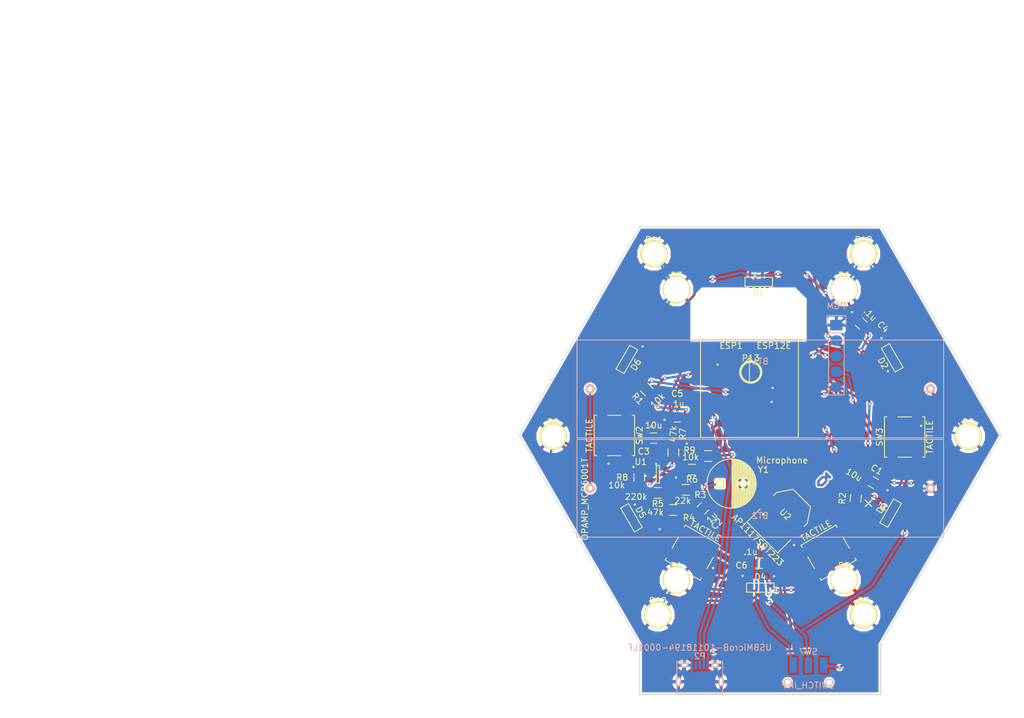
<source format=kicad_pcb>
(kicad_pcb (version 4) (host pcbnew 4.0.2+dfsg1-stable)
  (layers (0 F.Cu signal) (31 B.Cu signal) (34 B.Paste user) (35 F.Paste user) (36 B.SilkS user) (37 F.SilkS user) (38 B.Mask user) (39 F.Mask user) (44 Edge.Cuts user))
  (net 0 "")
  (net 1 +3V3)
  (net 2 GND)
  (net 3 "Net-(C2-Pad1)")
  (net 4 "Net-(C2-Pad2)")
  (net 5 AUDPWR)
  (net 6 RX)
  (net 7 "Net-(D1-Pad3)")
  (net 8 "Net-(D2-Pad3)")
  (net 9 "Net-(D3-Pad3)")
  (net 10 "Net-(D4-Pad3)")
  (net 11 "Net-(D5-Pad3)")
  (net 12 "Net-(ESP1-Pad1)")
  (net 13 ADCPIN)
  (net 14 GPIO2)
  (net 15 GPIO0)
  (net 16 GPIO4)
  (net 17 GPIO5)
  (net 18 "Net-(R3-Pad1)")
  (net 19 VGS)
  (net 20 TX)
  (net 21 +5V)
  (net 22 "Net-(SW7-Pad3)")
  (net 23 "Net-(BT1-Pad1)")
  (net 24 "Net-(BT1-Pad2)")
  (net 25 GPIO13)
  (net 26 GPIO12)
  (module ESP12E (layer F.Cu) (at 84.836 43.434)
    (fp_text reference ESP1 (at -3 -3) (layer F.SilkS))
    (fp_text value ESP12E (at 4 -3) (layer F.SilkS))
    (pad 1 smd oval (at -8 -3) (size 3 1) (layers F.Cu F.Paste F.Mask) (net 12 "Net-(ESP1-Pad1)"))
    (pad 2 smd oval (at -8 -1) (size 3 1) (layers F.Cu F.Paste F.Mask) (net 13 ADCPIN))
    (pad 3 smd oval (at -8 1) (size 3 1) (layers F.Cu F.Paste F.Mask) (net 1 +3V3))
    (pad 4 smd oval (at -8 3) (size 3 1) (layers F.Cu F.Paste F.Mask) (net 12 "Net-(ESP1-Pad1)"))
    (pad 5 smd oval (at -8 5) (size 3 1) (layers F.Cu F.Paste F.Mask) (net 5 AUDPWR))
    (pad 6 smd oval (at -8 7) (size 3 1) (layers F.Cu F.Paste F.Mask) (net 26 GPIO12))
    (pad 7 smd oval (at -8 9) (size 3 1) (layers F.Cu F.Paste F.Mask) (net 25 GPIO13))
    (pad 8 smd oval (at -8 11) (size 3 1) (layers F.Cu F.Paste F.Mask) (net 1 +3V3))
    (pad 9 smd oval (at -5 12 90) (size 3 1) (layers F.Cu F.Paste F.Mask))
    (pad 10 smd oval (at -3 12 90) (size 3 1) (layers F.Cu F.Paste F.Mask))
    (pad 11 smd oval (at -1 12 90) (size 3 1) (layers F.Cu F.Paste F.Mask))
    (pad 12 smd oval (at 1 12 90) (size 3 1) (layers F.Cu F.Paste F.Mask))
    (pad 13 smd oval (at 3 12 90) (size 3 1) (layers F.Cu F.Paste F.Mask))
    (pad 14 smd oval (at 5 12 90) (size 3 1) (layers F.Cu F.Paste F.Mask))
    (pad 15 smd oval (at 8 11 180) (size 3 1) (layers F.Cu F.Paste F.Mask) (net 2 GND))
    (pad 16 smd oval (at 8 9 180) (size 3 1) (layers F.Cu F.Paste F.Mask) (net 2 GND))
    (pad 17 smd oval (at 8 7 180) (size 3 1) (layers F.Cu F.Paste F.Mask) (net 14 GPIO2))
    (pad 18 smd oval (at 8 5 180) (size 3 1) (layers F.Cu F.Paste F.Mask) (net 15 GPIO0))
    (pad 19 smd oval (at 8 3 180) (size 3 1) (layers F.Cu F.Paste F.Mask) (net 16 GPIO4))
    (pad 20 smd oval (at 8 1 180) (size 3 1) (layers F.Cu F.Paste F.Mask) (net 17 GPIO5))
    (pad 21 smd oval (at 8 -1 180) (size 3 1) (layers F.Cu F.Paste F.Mask) (net 6 RX))
    (pad 22 smd oval (at 8 -3 180) (size 3 1) (layers F.Cu F.Paste F.Mask) (net 20 TX))
  )
  (module C_0805 (layer F.Cu) (at 105.12 62.83 330)
    (fp_text reference C1 (at -0.606007 -2.109634 330) (layer F.SilkS))
    (fp_text value 10u (at -3.384631 0.487648 330) (layer F.SilkS))
    (pad 1 smd rect (at -1 0 330) (size 1 1.25) (layers F.Cu F.Paste F.Mask) (net 1 +3V3))
    (pad 2 smd rect (at 1 0 330) (size 1 1.25) (layers F.Cu F.Paste F.Mask) (net 2 GND))
  )
  (module C_0805 (layer F.Cu) (at 77.216 67.056 45)
    (fp_text reference C2 (at -0.179605 3.412497 45) (layer F.SilkS))
    (fp_text value 1u (at 0 2.1 45) (layer F.SilkS))
    (pad 1 smd rect (at -1 0 45) (size 1 1.25) (layers F.Cu F.Paste F.Mask) (net 3 "Net-(C2-Pad1)"))
    (pad 2 smd rect (at 1 0 45) (size 1 1.25) (layers F.Cu F.Paste F.Mask) (net 4 "Net-(C2-Pad2)"))
  )
  (module C_0805 (layer F.Cu) (at 69.17 55.55 180)
    (fp_text reference C3 (at 1.63 -2.18 180) (layer F.SilkS))
    (fp_text value 10u (at 0 2.1 180) (layer F.SilkS))
    (pad 1 smd rect (at -1 0 180) (size 1 1.25) (layers F.Cu F.Paste F.Mask) (net 5 AUDPWR))
    (pad 2 smd rect (at 1 0 180) (size 1 1.25) (layers F.Cu F.Paste F.Mask) (net 2 GND))
  )
  (module R_0805 (layer F.Cu) (at 68.03 47.61 135)
    (fp_text reference R1 (at 0 -2.1 135) (layer F.SilkS))
    (fp_text value 10k (at -2.54 0 225) (layer F.SilkS))
    (pad 1 smd rect (at -0.949999 0 135) (size 0.7 1.3) (layers F.Cu F.Paste F.Mask) (net 1 +3V3))
    (pad 2 smd rect (at 0.949999 0 135) (size 0.7 1.3) (layers F.Cu F.Paste F.Mask) (net 15 GPIO0))
  )
  (module R_0805 (layer F.Cu) (at 102.235 65.405 265)
    (fp_text reference R2 (at 0.195416 2.17625 265) (layer F.SilkS))
    (fp_text value NOPOP-internal?)
    (pad 1 smd rect (at -0.95 0 265) (size 0.7 1.3) (layers F.Cu F.Paste F.Mask) (net 1 +3V3))
    (pad 2 smd rect (at 0.95 0 265) (size 0.7 1.3) (layers F.Cu F.Paste F.Mask) (net 14 GPIO2))
  )
  (module R_0805 (layer F.Cu) (at 74.422 64.008)
    (fp_text reference R3 (at 2.388 0.812) (layer F.SilkS))
    (fp_text value 22k (at -0.508 1.778) (layer F.SilkS))
    (pad 1 smd rect (at -0.95 0) (size 0.7 1.3) (layers F.Cu F.Paste F.Mask) (net 18 "Net-(R3-Pad1)"))
    (pad 2 smd rect (at 0.95 0) (size 0.7 1.3) (layers F.Cu F.Paste F.Mask) (net 3 "Net-(C2-Pad1)"))
  )
  (module R_0805 (layer F.Cu) (at 72.39 67.31)
    (fp_text reference R4 (at 2.54 1.27) (layer F.SilkS))
    (fp_text value 47k (at -2.935 0.375) (layer F.SilkS))
    (pad 1 smd rect (at -0.95 0) (size 0.7 1.3) (layers F.Cu F.Paste F.Mask) (net 19 VGS))
    (pad 2 smd rect (at 0.95 0) (size 0.7 1.3) (layers F.Cu F.Paste F.Mask) (net 3 "Net-(C2-Pad1)"))
  )
  (module R_0805 (layer F.Cu) (at 69.85 64.516)
    (fp_text reference R5 (at 0 1.778 180) (layer F.SilkS))
    (fp_text value 220k (at -3.57 0.629) (layer F.SilkS))
    (pad 1 smd rect (at -0.95 0) (size 0.7 1.3) (layers F.Cu F.Paste F.Mask) (net 13 ADCPIN))
    (pad 2 smd rect (at 0.95 0) (size 0.7 1.3) (layers F.Cu F.Paste F.Mask) (net 18 "Net-(R3-Pad1)"))
  )
  (module R_0805 (layer F.Cu) (at 75.438 60.706)
    (fp_text reference R6 (at 0.002 1.604) (layer F.SilkS))
    (fp_text value 10k (at -0.228 -2.056) (layer F.SilkS))
    (pad 1 smd rect (at -0.95 0) (size 0.7 1.3) (layers F.Cu F.Paste F.Mask) (net 5 AUDPWR))
    (pad 2 smd rect (at 0.95 0) (size 0.7 1.3) (layers F.Cu F.Paste F.Mask) (net 4 "Net-(C2-Pad2)"))
  )
  (module R_0805 (layer F.Cu) (at 72.39 57.912 270)
    (fp_text reference R7 (at -3.048 -1.524 450) (layer F.SilkS))
    (fp_text value 47k (at -3.048 0 270) (layer F.SilkS))
    (pad 1 smd rect (at -0.95 0 270) (size 0.7 1.3) (layers F.Cu F.Paste F.Mask) (net 5 AUDPWR))
    (pad 2 smd rect (at 0.95 0 270) (size 0.7 1.3) (layers F.Cu F.Paste F.Mask) (net 19 VGS))
  )
  (module R_0805 (layer F.Cu) (at 66.802 61.976 90)
    (fp_text reference R8 (at 0 -2.794 180) (layer F.SilkS))
    (fp_text value 10k (at -1.264 -3.697 180) (layer F.SilkS))
    (pad 1 smd rect (at -0.95 0 90) (size 0.7 1.3) (layers F.Cu F.Paste F.Mask) (net 19 VGS))
    (pad 2 smd rect (at 0.95 0 90) (size 0.7 1.3) (layers F.Cu F.Paste F.Mask) (net 2 GND))
  )
  (module TACTILE10 (layer F.Cu) (at 97.79 74.295 210)
    (fp_text reference SW1 (at 0 -4.1 210) (layer F.SilkS))
    (fp_text value TACTILE (at 0 4.1 210) (layer F.SilkS))
    (pad 1 smd rect (at -4.455 -2 210) (size 3.1 1) (layers F.Cu F.Paste F.Mask) (net 14 GPIO2))
    (pad 2 smd rect (at -4.455 2 210) (size 3.1 1) (layers F.Cu F.Paste F.Mask))
    (pad 4 smd rect (at 4.455 2 210) (size 3.1 1) (layers F.Cu F.Paste F.Mask) (net 2 GND))
    (pad 3 smd rect (at 4.455 -2 210) (size 3.1 1) (layers F.Cu F.Paste F.Mask))
  )
  (module TACTILE10 (layer F.Cu) (at 62.738 55.118 270)
    (fp_text reference SW2 (at 0 -4.1 270) (layer F.SilkS))
    (fp_text value TACTILE (at 0 4.1 270) (layer F.SilkS))
    (pad 1 smd rect (at -4.455 -2 270) (size 3.1 1) (layers F.Cu F.Paste F.Mask) (net 15 GPIO0))
    (pad 2 smd rect (at -4.455 2 270) (size 3.1 1) (layers F.Cu F.Paste F.Mask))
    (pad 4 smd rect (at 4.455 2 270) (size 3.1 1) (layers F.Cu F.Paste F.Mask) (net 2 GND))
    (pad 3 smd rect (at 4.455 -2 270) (size 3.1 1) (layers F.Cu F.Paste F.Mask))
  )
  (module TACTILE10 (layer F.Cu) (at 110.236 55.372 90)
    (fp_text reference SW3 (at 0 -4.1 90) (layer F.SilkS))
    (fp_text value TACTILE (at 0 4.1 90) (layer F.SilkS))
    (pad 1 smd rect (at -4.455 -2 90) (size 3.1 1) (layers F.Cu F.Paste F.Mask) (net 17 GPIO5))
    (pad 2 smd rect (at -4.455 2 90) (size 3.1 1) (layers F.Cu F.Paste F.Mask))
    (pad 4 smd rect (at 4.455 2 90) (size 3.1 1) (layers F.Cu F.Paste F.Mask) (net 2 GND))
    (pad 3 smd rect (at 4.455 -2 90) (size 3.1 1) (layers F.Cu F.Paste F.Mask))
  )
  (module TACTILE10 (layer F.Cu) (at 75.565 74.295 150)
    (fp_text reference SW4 (at 0 -4.1 150) (layer F.SilkS))
    (fp_text value TACTILE (at 0 4.1 150) (layer F.SilkS))
    (pad 1 smd rect (at -4.455 -2 150) (size 3.1 1) (layers F.Cu F.Paste F.Mask) (net 16 GPIO4))
    (pad 2 smd rect (at -4.455 2 150) (size 3.1 1) (layers F.Cu F.Paste F.Mask))
    (pad 4 smd rect (at 4.455 2 150) (size 3.1 1) (layers F.Cu F.Paste F.Mask) (net 2 GND))
    (pad 3 smd rect (at 4.455 -2 150) (size 3.1 1) (layers F.Cu F.Paste F.Mask))
  )
  (module Pin_Header_Straight_1x05 (layer B.Cu) (at 99.06 37.06 180)
    (fp_text reference P1 (at 0 5.1 180) (layer B.SilkS) (effects (justify mirror)))
    (fp_text value PGM (at 0 3.1 180) (layer B.SilkS) (effects (justify mirror)))
    (pad 1 smd rect (at 0 0 180) (size 2.032 1.7272) (layers B.Cu B.Paste B.Mask) (net 2 GND))
    (pad 2 smd oval (at 0 -2.54 180) (size 2.032 1.7272) (layers B.Cu B.Paste B.Mask) (net 6 RX))
    (pad 3 smd oval (at 0 -5.08 180) (size 2.032 1.7272) (layers B.Cu B.Paste B.Mask) (net 20 TX))
    (pad 4 smd oval (at 0 -7.62 180) (size 2.032 1.7272) (layers B.Cu B.Paste B.Mask) (net 21 +5V))
    (pad 5 smd oval (at 0 -10.16 180) (size 2.032 1.7272) (layers B.Cu B.Paste B.Mask) (net 15 GPIO0))
  )
  (module USBMicroB-10118194-0001LF (layer B.Cu) (at 76.708 95.41 180)
    (fp_text reference P2 (at -0.00254 4.17322 180) (layer B.SilkS) (effects (justify mirror)))
    (fp_text value USBMicroB-10118194-0001LF (at 0 5.588 180) (layer B.SilkS) (effects (justify mirror)))
    (pad 1 smd rect (at -1.3 2.7 180) (size 0.39 1.35) (layers B.Cu B.Paste B.Mask) (net 21 +5V))
    (pad 2 smd rect (at -0.65 2.7 180) (size 0.39 1.35) (layers B.Cu B.Paste B.Mask) (net 26 GPIO12))
    (pad 3 smd rect (at 0 2.7 180) (size 0.39 1.35) (layers B.Cu B.Paste B.Mask) (net 25 GPIO13))
    (pad 4 smd rect (at 0.65 2.7 180) (size 0.39 1.35) (layers B.Cu B.Paste B.Mask))
    (pad 5 smd rect (at 1.3 2.7 180) (size 0.39 1.35) (layers B.Cu B.Paste B.Mask) (net 2 GND))
    (pad 6 thru_hole oval (at 3.5 0 180) (size 0.9 1.56) (drill oval 0.4 1) (layers *.Cu *.Mask B.SilkS) (net 2 GND))
    (pad 7 thru_hole oval (at -3.5 0 180) (size 0.9 1.56) (drill oval 0.4 1) (layers *.Cu *.Mask B.SilkS) (net 2 GND))
    (pad 8 thru_hole oval (at 2.5 2.7 180) (size 1.25 0.85) (drill oval 0.7 0.4) (layers *.Cu *.Mask B.SilkS) (net 2 GND))
    (pad 9 thru_hole oval (at -2.5 2.7 180) (size 1.25 0.85) (drill oval 0.7 0.4) (layers *.Cu *.Mask B.SilkS) (net 2 GND))
  )
  (module JS_SWITCH (layer B.Cu) (at 94.488 94.01 180)
    (fp_text reference SW7 (at 0 3.5 180) (layer B.SilkS) (effects (justify mirror)))
    (fp_text value SWITCH_INV (at 0 -2 180) (layer B.SilkS) (effects (justify mirror)))
    (pad 4 thru_hole circle (at -3.4 -1.5 180) (size 1.2 1.2) (drill 0.9) (layers *.Cu *.Mask B.SilkS))
    (pad 5 thru_hole circle (at 3.4 -1.5 180) (size 1.2 1.2) (drill 0.9) (layers *.Cu *.Mask B.SilkS))
    (pad 1 smd rect (at -2.5 1.3 180) (size 1.2 2.5) (layers B.Cu B.Paste B.Mask) (net 23 "Net-(BT1-Pad1)"))
    (pad 2 smd rect (at 0 1.3 180) (size 1.2 2.5) (layers B.Cu B.Paste B.Mask) (net 1 +3V3))
    (pad 3 smd rect (at 2.5 1.3 180) (size 1.2 2.5) (layers B.Cu B.Paste B.Mask) (net 22 "Net-(SW7-Pad3)"))
  )
  (module SK6812SIDE (layer F.Cu) (at 86.36 29.972)
    (fp_text reference D1 (at 0 1.75) (layer F.SilkS))
    (fp_text value SK6812SIDE)
    (pad 1 smd rect (at -1.275 0.5) (size 0.45 1) (layers F.Cu F.Paste F.Mask) (net 6 RX))
    (pad 2 smd rect (at -0.3 0.5) (size 0.6 1) (layers F.Cu F.Paste F.Mask) (net 1 +3V3))
    (pad 3 smd rect (at 0.575 0.5) (size 0.35 1) (layers F.Cu F.Paste F.Mask) (net 7 "Net-(D1-Pad3)"))
    (pad 4 smd rect (at 1.4 0.5) (size 0.5 1) (layers F.Cu F.Paste F.Mask) (net 2 GND))
  )
  (module SK6812SIDE (layer F.Cu) (at 108.204 42.418 300)
    (fp_text reference D2 (at 0 1.75 300) (layer F.SilkS))
    (fp_text value SK6812SIDE)
    (pad 1 smd rect (at -1.275 0.5 300) (size 0.45 1) (layers F.Cu F.Paste F.Mask) (net 7 "Net-(D1-Pad3)"))
    (pad 2 smd rect (at -0.3 0.5 300) (size 0.6 1) (layers F.Cu F.Paste F.Mask) (net 1 +3V3))
    (pad 3 smd rect (at 0.575 0.5 300) (size 0.35 1) (layers F.Cu F.Paste F.Mask) (net 8 "Net-(D2-Pad3)"))
    (pad 4 smd rect (at 1.4 0.5 300) (size 0.5 1) (layers F.Cu F.Paste F.Mask) (net 2 GND))
  )
  (module SK6812SIDE (layer F.Cu) (at 107.95 67.818 240)
    (fp_text reference D3 (at 0 1.75 240) (layer F.SilkS))
    (fp_text value SK6812SIDE)
    (pad 1 smd rect (at -1.275 0.5 240) (size 0.45 1) (layers F.Cu F.Paste F.Mask) (net 8 "Net-(D2-Pad3)"))
    (pad 2 smd rect (at -0.3 0.5 240) (size 0.6 1) (layers F.Cu F.Paste F.Mask) (net 1 +3V3))
    (pad 3 smd rect (at 0.575 0.5 240) (size 0.35 1) (layers F.Cu F.Paste F.Mask) (net 9 "Net-(D3-Pad3)"))
    (pad 4 smd rect (at 1.400001 0.5 240) (size 0.5 1) (layers F.Cu F.Paste F.Mask) (net 2 GND))
  )
  (module SK6812SIDE (layer F.Cu) (at 86.614 80.01 180)
    (fp_text reference D4 (at 0 1.75 180) (layer F.SilkS))
    (fp_text value SK6812SIDE)
    (pad 1 smd rect (at -1.275 0.5 180) (size 0.45 1) (layers F.Cu F.Paste F.Mask) (net 9 "Net-(D3-Pad3)"))
    (pad 2 smd rect (at -0.3 0.5 180) (size 0.6 1) (layers F.Cu F.Paste F.Mask) (net 1 +3V3))
    (pad 3 smd rect (at 0.575 0.5 180) (size 0.35 1) (layers F.Cu F.Paste F.Mask) (net 10 "Net-(D4-Pad3)"))
    (pad 4 smd rect (at 1.4 0.5 180) (size 0.5 1) (layers F.Cu F.Paste F.Mask) (net 2 GND))
  )
  (module SK6812SIDE (layer F.Cu) (at 65.532 68.58 120)
    (fp_text reference D5 (at 0 1.75 120) (layer F.SilkS))
    (fp_text value SK6812SIDE)
    (pad 1 smd rect (at -1.275 0.5 120) (size 0.45 1) (layers F.Cu F.Paste F.Mask) (net 10 "Net-(D4-Pad3)"))
    (pad 2 smd rect (at -0.3 0.5 120) (size 0.6 1) (layers F.Cu F.Paste F.Mask) (net 1 +3V3))
    (pad 3 smd rect (at 0.575 0.5 120) (size 0.35 1) (layers F.Cu F.Paste F.Mask) (net 11 "Net-(D5-Pad3)"))
    (pad 4 smd rect (at 1.4 0.5 120) (size 0.5 1) (layers F.Cu F.Paste F.Mask) (net 2 GND))
  )
  (module SK6812SIDE (layer F.Cu) (at 64.77 42.672 60)
    (fp_text reference D6 (at 0 1.75 60) (layer F.SilkS))
    (fp_text value SK6812SIDE)
    (pad 1 smd rect (at -1.275 0.5 60) (size 0.45 1) (layers F.Cu F.Paste F.Mask) (net 11 "Net-(D5-Pad3)"))
    (pad 2 smd rect (at -0.3 0.5 60) (size 0.6 1) (layers F.Cu F.Paste F.Mask) (net 1 +3V3))
    (pad 3 smd rect (at 0.575 0.5 60) (size 0.35 1) (layers F.Cu F.Paste F.Mask))
    (pad 4 smd rect (at 1.400001 0.5 60) (size 0.5 1) (layers F.Cu F.Paste F.Mask) (net 2 GND))
  )
  (module SOT-23-5 (layer F.Cu) (at 69.85 61.468)
    (fp_text reference U1 (at -2.794 -2.032) (layer F.SilkS))
    (fp_text value OPAMP_MCP6001T (at -11.938 4.064 90) (layer F.SilkS))
    (pad 1 smd rect (at -1.1 -0.95) (size 1.06 0.65) (layers F.Cu F.Paste F.Mask) (net 13 ADCPIN))
    (pad 2 smd rect (at -1.1 0) (size 1.06 0.65) (layers F.Cu F.Paste F.Mask) (net 2 GND))
    (pad 3 smd rect (at -1.1 0.95) (size 1.06 0.65) (layers F.Cu F.Paste F.Mask) (net 19 VGS))
    (pad 4 smd rect (at 1.1 0.95) (size 1.06 0.65) (layers F.Cu F.Paste F.Mask) (net 18 "Net-(R3-Pad1)"))
    (pad 5 smd rect (at 1.1 -0.95) (size 1.06 0.65) (layers F.Cu F.Paste F.Mask) (net 5 AUDPWR))
  )
  (module SOT-223 (layer F.Cu) (at 90.17 68.58 315)
    (fp_text reference U2 (at 0 -0.762 315) (layer F.SilkS))
    (fp_text value AP1117SOT223 (at -0.247487 5.395225 495) (layer F.SilkS))
    (pad 4 smd rect (at 0 -3.302001 315) (size 3.6576 2.032) (layers F.Cu F.Paste F.Mask) (net 22 "Net-(SW7-Pad3)"))
    (pad 2 smd rect (at 0 3.302001 315) (size 1.016 2.032) (layers F.Cu F.Paste F.Mask) (net 22 "Net-(SW7-Pad3)"))
    (pad 3 smd rect (at 2.286001 3.302 315) (size 1.016 2.032) (layers F.Cu F.Paste F.Mask) (net 21 +5V))
    (pad 1 smd rect (at -2.286001 3.302 315) (size 1.016 2.032) (layers F.Cu F.Paste F.Mask) (net 2 GND))
  )
  (module C_Radial_D8_L13_P3.8 (layer F.Cu) (at 80.01 62.992)
    (fp_text reference Y1 (at 7.112 -2.286) (layer F.SilkS))
    (fp_text value Microphone (at 10.16 -3.81) (layer F.SilkS))
    (pad 1 thru_hole rect (at 0 0) (size 1.3 1.3) (drill 0.8) (layers *.Cu *.Mask F.SilkS) (net 4 "Net-(C2-Pad2)"))
    (pad 2 thru_hole circle (at 3.8 0) (size 1.3 1.3) (drill 0.8) (layers *.Cu *.Mask F.SilkS) (net 2 GND))
  )
  (module C_0805 (layer F.Cu) (at 103.124 36.83 135)
    (fp_text reference C4 (at -2.873682 2.155261 135) (layer F.SilkS))
    (fp_text value .1u (at 0 2.1 135) (layer F.SilkS))
    (pad 1 smd rect (at -1 0 135) (size 1 1.25) (layers F.Cu F.Paste F.Mask) (net 1 +3V3))
    (pad 2 smd rect (at 1 0 135) (size 1 1.25) (layers F.Cu F.Paste F.Mask) (net 2 GND))
  )
  (module BCAAPC (layer B.Cu) (at 86.614 47.498 180)
    (fp_text reference BT1 (at 0 4.5 180) (layer B.SilkS) (effects (justify mirror)))
    (fp_text value Battery)
    (pad 1 thru_hole circle (at -27.85 0 180) (size 1.524 1.524) (drill 0.762) (layers *.Cu *.Mask B.SilkS) (net 23 "Net-(BT1-Pad1)"))
    (pad 2 thru_hole circle (at 27.85 0 180) (size 1.524 1.524) (drill 0.762) (layers *.Cu *.Mask B.SilkS) (net 24 "Net-(BT1-Pad2)"))
  )
  (module BCAAPC (layer B.Cu) (at 86.614 63.754)
    (fp_text reference BT2 (at 0 4.5) (layer B.SilkS) (effects (justify mirror)))
    (fp_text value Battery)
    (pad 1 thru_hole circle (at -27.85 0) (size 1.524 1.524) (drill 0.762) (layers *.Cu *.Mask B.SilkS) (net 24 "Net-(BT1-Pad2)"))
    (pad 2 thru_hole circle (at 27.85 0) (size 1.524 1.524) (drill 0.762) (layers *.Cu *.Mask B.SilkS) (net 2 GND))
  )
  (module 632HOLE (layer F.Cu) (at 72.898 31.242)
    (fp_text reference P3 (at 0 -2.30124) (layer F.SilkS))
    (fp_text value CONN_1 hide)
    (pad 1 thru_hole circle (at 0 0) (size 4.4704 4.4704) (drill 4) (layers *.Cu *.Mask F.SilkS) (net 2 GND))
  )
  (module 632HOLE (layer F.Cu) (at 72.898 78.74)
    (fp_text reference P4 (at 0 -2.30124) (layer F.SilkS))
    (fp_text value CONN_1 hide)
    (pad 1 thru_hole circle (at 0 0) (size 4.4704 4.4704) (drill 4) (layers *.Cu *.Mask F.SilkS) (net 2 GND))
  )
  (module 632HOLE (layer F.Cu) (at 100.33 78.74)
    (fp_text reference P5 (at 0 -2.30124) (layer F.SilkS))
    (fp_text value CONN_1 hide)
    (pad 1 thru_hole circle (at 0 0) (size 4.4704 4.4704) (drill 4) (layers *.Cu *.Mask F.SilkS) (net 2 GND))
  )
  (module 632HOLE (layer F.Cu) (at 100.33 31.242)
    (fp_text reference P6 (at 0 -2.30124) (layer F.SilkS))
    (fp_text value CONN_1 hide)
    (pad 1 thru_hole circle (at 0 0) (size 4.4704 4.4704) (drill 4) (layers *.Cu *.Mask F.SilkS) (net 2 GND))
  )
  (module C_0805 (layer F.Cu) (at 73.025 52.07 180)
    (fp_text reference C5 (at 0 3.81 180) (layer F.SilkS))
    (fp_text value .1u (at 0 2.1 180) (layer F.SilkS))
    (pad 1 smd rect (at -1 0 180) (size 1 1.25) (layers F.Cu F.Paste F.Mask) (net 1 +3V3))
    (pad 2 smd rect (at 1 0 180) (size 1 1.25) (layers F.Cu F.Paste F.Mask) (net 2 GND))
  )
  (module 632HOLE (layer F.Cu) (at 103.505 84.455)
    (fp_text reference P7 (at 0 -2.30124) (layer F.SilkS))
    (fp_text value CONN_1 hide)
    (pad 1 thru_hole circle (at 0 0) (size 4.4704 4.4704) (drill 3.7592) (layers *.Cu *.Mask F.SilkS) (net 2 GND))
  )
  (module 632HOLE (layer F.Cu) (at 52.705 55.245)
    (fp_text reference P8 (at 0 -2.30124) (layer F.SilkS))
    (fp_text value CONN_1 hide)
    (pad 1 thru_hole circle (at 0 0) (size 4.4704 4.4704) (drill 3.7592) (layers *.Cu *.Mask F.SilkS) (net 2 GND))
  )
  (module 632HOLE (layer F.Cu) (at 120.65 55.245)
    (fp_text reference P9 (at 0 -2.30124) (layer F.SilkS))
    (fp_text value CONN_1 hide)
    (pad 1 thru_hole circle (at 0 0) (size 4.4704 4.4704) (drill 3.7592) (layers *.Cu *.Mask F.SilkS) (net 2 GND))
  )
  (module 632HOLE (layer F.Cu) (at 69.85 84.455)
    (fp_text reference P10 (at 0 -2.30124) (layer F.SilkS))
    (fp_text value CONN_1 hide)
    (pad 1 thru_hole circle (at 0 0) (size 4.4704 4.4704) (drill 3.7592) (layers *.Cu *.Mask F.SilkS) (net 2 GND))
  )
  (module 632HOLE (layer F.Cu) (at 69.215 25.4)
    (fp_text reference P11 (at 0 -2.30124) (layer F.SilkS))
    (fp_text value CONN_1 hide)
    (pad 1 thru_hole circle (at 0 0) (size 4.4704 4.4704) (drill 3.7592) (layers *.Cu *.Mask F.SilkS) (net 2 GND))
  )
  (module 632HOLE (layer F.Cu) (at 103.505 25.4)
    (fp_text reference P12 (at 0 -2.30124) (layer F.SilkS))
    (fp_text value CONN_1 hide)
    (pad 1 thru_hole circle (at 0 0) (size 4.4704 4.4704) (drill 3.7592) (layers *.Cu *.Mask F.SilkS) (net 2 GND))
  )
  (module 632HOLE (layer F.Cu) (at 85.05 44.76)
    (fp_text reference P13 (at 0 -2.30124) (layer F.SilkS))
    (fp_text value CONN_1 hide)
    (pad 1 smd rect (at 0 0) (size 4.4704 4.4704) (layers F.Cu F.Paste F.Mask) (net 2 GND))
  )
  (module C_0805 (layer F.Cu) (at 86.5 76.02 180)
    (fp_text reference C6 (at 2.96 -0.36 180) (layer F.SilkS))
    (fp_text value .1u (at 1.48 1.85 180) (layer F.SilkS))
    (pad 1 smd rect (at -1 0 180) (size 1 1.25) (layers F.Cu F.Paste F.Mask) (net 21 +5V))
    (pad 2 smd rect (at 1 0 180) (size 1 1.25) (layers F.Cu F.Paste F.Mask) (net 2 GND))
  )
  (module R_0805 (layer F.Cu) (at 78.09 58.48)
    (fp_text reference R9 (at -3.07 -0.95) (layer F.SilkS))
    (fp_text value 1.5k)
    (pad 1 smd rect (at -0.95 0) (size 0.7 1.3) (layers F.Cu F.Paste F.Mask) (net 1 +3V3))
    (pad 2 smd rect (at 0.95 0) (size 0.7 1.3) (layers F.Cu F.Paste F.Mask) (net 26 GPIO12))
  )
  (gr_line (start 106.329604 97.508047) (end 106.329604 89.254792) (angle 90) (layer Edge.Cuts) (width 0.15))
  (gr_line (start 66.886977 97.508047) (end 106.329604 97.508047) (angle 90) (layer Edge.Cuts) (width 0.15))
  (gr_line (start 66.886977 89.254792) (end 66.886977 97.508047) (angle 90) (layer Edge.Cuts) (width 0.15))
  (gr_line (start 103.806 65.714) (end 104.822 66.73) (angle 90) (layer F.SilkS) (width 0.2))
  (gr_line (start 103.806 66.73) (end 104.822 65.714) (angle 90) (layer F.SilkS) (width 0.2))
  (gr_line (start 126.050918 55.096474) (end 106.329604 89.254792) (layer Edge.Cuts) (width 0.1))
  (gr_line (start 106.329604 20.938157) (end 126.050918 55.096474) (layer Edge.Cuts) (width 0.1))
  (gr_line (start 66.88698 20.938156) (end 106.329604 20.938157) (layer Edge.Cuts) (width 0.1))
  (gr_line (start 47.165655 55.096474) (end 66.88698 20.938156) (layer Edge.Cuts) (width 0.1))
  (gr_line (start 66.886977 89.254792) (end 47.165655 55.096474) (layer Edge.Cuts) (width 0.1))
  (segment (start 97.395 62.605) (end 97.395 61.335) (width 0.381) (layer B.Cu) (net 0))
  (segment (start 97.395 61.335) (end 98.03 61.97) (width 0.381) (layer B.Cu) (net 0))
  (segment (start 98.03 61.97) (end 96.76 61.97) (width 0.381) (layer B.Cu) (net 0))
  (segment (start 96.76 61.97) (end 96.125 62.605) (width 0.381) (layer B.Cu) (net 0))
  (segment (start 96.125 62.605) (end 96.125 63.24) (width 0.381) (layer B.Cu) (net 0))
  (segment (start 96.125 63.24) (end 96.76 63.24) (width 0.381) (layer B.Cu) (net 0))
  (segment (start 96.76 63.24) (end 97.395 62.605) (width 0.381) (layer B.Cu) (net 0))
  (segment (start 96.125 63.24) (end 96.125 62.605) (width 0.381) (layer F.Cu) (net 0))
  (segment (start 96.125 62.605) (end 96.76 61.97) (width 0.381) (layer F.Cu) (net 0))
  (segment (start 96.76 61.97) (end 97.395 61.97) (width 0.381) (layer F.Cu) (net 0))
  (segment (start 97.395 61.97) (end 97.395 61.335) (width 0.381) (layer F.Cu) (net 0))
  (segment (start 97.395 61.335) (end 98.03 61.97) (width 0.381) (layer F.Cu) (net 0))
  (segment (start 98.03 61.97) (end 97.395 61.97) (width 0.381) (layer F.Cu) (net 0))
  (segment (start 97.395 61.97) (end 97.395 62.605) (width 0.381) (layer F.Cu) (net 0))
  (segment (start 97.395 62.605) (end 96.76 63.24) (width 0.381) (layer F.Cu) (net 0))
  (segment (start 96.76 63.24) (end 96.125 63.24) (width 0.381) (layer F.Cu) (net 0))
  (segment (start 87.65 78.12) (end 87.98 80.94) (width 0.381) (layer B.Cu) (net 0))
  (via (at 87.98 80.94) (size 0.6) (drill 0.35) (layers F.Cu B.Cu) (net 0))
  (segment (start 77.14 58.48) (end 76.836 54.434) (width 0.381) (layer F.Cu) (net 1))
  (segment (start 93.203754 87.153005) (end 104.89 79.71) (width 0.381) (layer B.Cu) (net 1))
  (segment (start 104.89 79.71) (end 110.26 71.1) (width 0.381) (layer B.Cu) (net 1))
  (via (at 110.26 71.1) (size 0.6) (drill 0.35) (layers F.Cu B.Cu) (net 1))
  (segment (start 110.26 71.1) (end 110.3 68.84) (width 0.381) (layer F.Cu) (net 1))
  (segment (start 110.3 68.84) (end 107.666987 67.308192) (width 0.381) (layer F.Cu) (net 1))
  (segment (start 94.488 92.71) (end 94.07 87.97) (width 0.381) (layer B.Cu) (net 1))
  (segment (start 94.07 87.97) (end 93.203754 87.153005) (width 0.381) (layer B.Cu) (net 1))
  (segment (start 93.203754 87.153005) (end 88.09 82.33) (width 0.381) (layer B.Cu) (net 1))
  (via (at 88.09 82.33) (size 0.6) (drill 0.35) (layers F.Cu B.Cu) (net 1))
  (segment (start 88.09 82.33) (end 86.154094 81.248068) (width 0.381) (layer F.Cu) (net 1))
  (segment (start 83.47 28.48) (end 78.81 29.54) (width 0.381) (layer B.Cu) (net 1))
  (via (at 78.81 29.54) (size 0.6) (drill 0.35) (layers F.Cu B.Cu) (net 1))
  (segment (start 78.81 29.54) (end 77.71 29.585) (width 0.381) (layer F.Cu) (net 1))
  (segment (start 70.94 37.3) (end 75.805 32.125) (width 0.381) (layer F.Cu) (net 1))
  (segment (start 75.805 32.125) (end 76.44 30.22) (width 0.381) (layer F.Cu) (net 1))
  (segment (start 76.44 30.22) (end 76.948 29.966) (width 0.381) (layer F.Cu) (net 1))
  (segment (start 76.948 29.966) (end 77.71 29.585) (width 0.381) (layer F.Cu) (net 1))
  (segment (start 86.914 79.51) (end 86.81 80.75) (width 0.381) (layer F.Cu) (net 1))
  (segment (start 86.81 80.75) (end 86.154094 81.248068) (width 0.381) (layer F.Cu) (net 1))
  (segment (start 86.154094 81.248068) (end 84.94 82.17) (width 0.381) (layer F.Cu) (net 1))
  (segment (start 84.94 82.17) (end 75.33 82.17) (width 0.381) (layer F.Cu) (net 1))
  (segment (start 75.33 82.17) (end 70.63 81.08) (width 0.381) (layer F.Cu) (net 1))
  (segment (start 70.63 81.08) (end 65.35 69.48) (width 0.381) (layer F.Cu) (net 1))
  (segment (start 65.35 69.48) (end 65.39 69) (width 0.381) (layer F.Cu) (net 1))
  (segment (start 65.39 69) (end 66.115013 68.589808) (width 0.381) (layer F.Cu) (net 1))
  (segment (start 65.81 64.88) (end 63.87 61.66) (width 0.381) (layer F.Cu) (net 1))
  (segment (start 63.87 61.66) (end 63.65 60.62) (width 0.381) (layer F.Cu) (net 1))
  (segment (start 63.65 60.62) (end 63.72 57.74) (width 0.381) (layer F.Cu) (net 1))
  (segment (start 63.72 57.74) (end 68.701751 48.281751) (width 0.381) (layer F.Cu) (net 1))
  (segment (start 66.115013 68.589808) (end 67.28 67.64) (width 0.381) (layer F.Cu) (net 1))
  (segment (start 67.28 67.64) (end 67.16 66.09) (width 0.381) (layer F.Cu) (net 1))
  (segment (start 67.16 66.09) (end 65.81 64.88) (width 0.381) (layer F.Cu) (net 1))
  (segment (start 74.025 52.07) (end 74.87 54.06) (width 0.381) (layer F.Cu) (net 1))
  (segment (start 74.87 54.06) (end 76.836 54.434) (width 0.381) (layer F.Cu) (net 1))
  (segment (start 68.701751 48.281751) (end 69.92 50.49) (width 0.381) (layer F.Cu) (net 1))
  (via (at 69.92 50.49) (size 0.6) (drill 0.35) (layers F.Cu B.Cu) (net 1))
  (segment (start 69.92 50.49) (end 74.46 50.89) (width 0.381) (layer B.Cu) (net 1))
  (via (at 74.46 50.89) (size 0.6) (drill 0.35) (layers F.Cu B.Cu) (net 1))
  (segment (start 74.46 50.89) (end 74.025 52.07) (width 0.381) (layer F.Cu) (net 1))
  (segment (start 70.583365 46.027947) (end 71.03 45.77) (width 0.381) (layer F.Cu) (net 1))
  (via (at 71.03 45.77) (size 0.6) (drill 0.35) (layers F.Cu B.Cu) (net 1))
  (segment (start 71.03 45.77) (end 74.84 45.17) (width 0.381) (layer B.Cu) (net 1))
  (via (at 74.84 45.17) (size 0.6) (drill 0.35) (layers F.Cu B.Cu) (net 1))
  (segment (start 74.84 45.17) (end 76.836 44.434) (width 0.381) (layer F.Cu) (net 1))
  (segment (start 104.253975 62.33) (end 104.22 56.38) (width 0.381) (layer F.Cu) (net 1))
  (via (at 104.22 56.38) (size 0.6) (drill 0.35) (layers F.Cu B.Cu) (net 1))
  (segment (start 104.22 56.38) (end 104.5 49.96) (width 0.381) (layer B.Cu) (net 1))
  (via (at 104.5 49.96) (size 0.6) (drill 0.35) (layers F.Cu B.Cu) (net 1))
  (segment (start 104.5 49.96) (end 103.13 41.16) (width 0.381) (layer F.Cu) (net 1))
  (segment (start 102.317798 64.458615) (end 104.253975 62.33) (width 0.381) (layer F.Cu) (net 1))
  (segment (start 107.666987 67.308192) (end 106.85 66.79) (width 0.381) (layer F.Cu) (net 1))
  (via (at 106.85 66.79) (size 0.6) (drill 0.35) (layers F.Cu B.Cu) (net 1))
  (segment (start 106.85 66.79) (end 105.28 65.08) (width 0.381) (layer B.Cu) (net 1))
  (via (at 105.28 65.08) (size 0.6) (drill 0.35) (layers F.Cu B.Cu) (net 1))
  (segment (start 105.28 65.08) (end 102.317798 64.458615) (width 0.381) (layer F.Cu) (net 1))
  (segment (start 96.85 39.702143) (end 94.71 32.61) (width 0.381) (layer F.Cu) (net 1))
  (segment (start 94.71 32.61) (end 92.88 29.38) (width 0.381) (layer F.Cu) (net 1))
  (segment (start 92.88 29.38) (end 89.51 28.73) (width 0.381) (layer F.Cu) (net 1))
  (via (at 89.51 28.73) (size 0.6) (drill 0.35) (layers F.Cu B.Cu) (net 1))
  (segment (start 89.51 28.73) (end 85.71 29.02) (width 0.381) (layer B.Cu) (net 1))
  (segment (start 86.06 30.472) (end 85.71 29.02) (width 0.381) (layer F.Cu) (net 1))
  (via (at 85.71 29.02) (size 0.6) (drill 0.35) (layers F.Cu B.Cu) (net 1))
  (segment (start 85.71 29.02) (end 83.47 28.48) (width 0.381) (layer B.Cu) (net 1))
  (segment (start 96.97 39.73) (end 96.85 39.702143) (width 0.381) (layer F.Cu) (net 1))
  (segment (start 96.85 39.702143) (end 103.13 41.16) (width 0.381) (layer F.Cu) (net 1))
  (segment (start 107.620987 42.408192) (end 105.96 42.47) (width 0.381) (layer F.Cu) (net 1))
  (segment (start 105.96 42.47) (end 103.13 41.16) (width 0.381) (layer F.Cu) (net 1))
  (via (at 103.13 41.16) (size 0.6) (drill 0.35) (layers F.Cu B.Cu) (net 1))
  (segment (start 103.13 41.16) (end 104.38 38.79) (width 0.381) (layer B.Cu) (net 1))
  (via (at 104.38 38.79) (size 0.6) (drill 0.35) (layers F.Cu B.Cu) (net 1))
  (segment (start 104.38 38.79) (end 103.831107 37.537107) (width 0.381) (layer F.Cu) (net 1))
  (segment (start 70.94 37.3) (end 69.430192 45.434478) (width 0.381) (layer F.Cu) (net 1))
  (segment (start 70.583365 46.027947) (end 69.430192 45.434478) (width 0.381) (layer F.Cu) (net 1))
  (segment (start 69.430192 45.434478) (end 65.053013 43.181808) (width 0.381) (layer F.Cu) (net 1))
  (segment (start 68.701751 48.281751) (end 70.583365 46.027947) (width 0.381) (layer F.Cu) (net 1))
  (segment (start 70.583365 46.027947) (end 70.59 46.02) (width 0.381) (layer F.Cu) (net 1))
  (segment (start 70.14 70.45) (end 72.84 62) (width 0.381) (layer B.Cu) (net 2))
  (via (at 72.84 62) (size 0.6) (drill 0.35) (layers F.Cu B.Cu) (net 2))
  (segment (start 72.84 62) (end 74.4 62.42) (width 0.381) (layer F.Cu) (net 2))
  (segment (start 71 52.52) (end 74.57 56.44) (width 0.381) (layer B.Cu) (net 2))
  (via (at 74.57 56.44) (size 0.6) (drill 0.35) (layers F.Cu B.Cu) (net 2))
  (segment (start 74.57 56.44) (end 74.57 56.41) (width 0.381) (layer F.Cu) (net 2))
  (segment (start 83.71 78.09) (end 88.85 78.15) (width 0.381) (layer F.Cu) (net 2))
  (via (at 88.85 78.15) (size 0.6) (drill 0.35) (layers F.Cu B.Cu) (net 2))
  (segment (start 79.27 68.98) (end 77.67 76.02) (width 0.381) (layer F.Cu) (net 2))
  (segment (start 77.67 76.02) (end 78.87 76.81) (width 0.381) (layer F.Cu) (net 2))
  (via (at 78.87 76.81) (size 0.6) (drill 0.35) (layers F.Cu B.Cu) (net 2))
  (segment (start 78.87 76.81) (end 78.87 76.78) (width 0.381) (layer B.Cu) (net 2))
  (segment (start 85.322144 78.190341) (end 83.71 78.09) (width 0.381) (layer F.Cu) (net 2))
  (via (at 83.71 78.09) (size 0.6) (drill 0.35) (layers F.Cu B.Cu) (net 2))
  (segment (start 83.71 78.09) (end 83.65 78.09) (width 0.381) (layer B.Cu) (net 2))
  (segment (start 83.81 62.992) (end 79.27 68.98) (width 0.381) (layer F.Cu) (net 2))
  (via (at 79.27 68.98) (size 0.6) (drill 0.35) (layers F.Cu B.Cu) (net 2))
  (segment (start 79.27 68.98) (end 79.21 69.01) (width 0.381) (layer B.Cu) (net 2))
  (segment (start 72.898 78.74) (end 70.14 70.45) (width 0.381) (layer B.Cu) (net 2))
  (segment (start 85.214 79.51) (end 85.322144 78.190341) (width 0.381) (layer F.Cu) (net 2))
  (segment (start 85.322144 78.190341) (end 85.5 76.02) (width 0.381) (layer F.Cu) (net 2))
  (segment (start 92.931857 74.790449) (end 92.15 73.03) (width 0.381) (layer F.Cu) (net 2))
  (via (at 92.15 73.03) (size 0.6) (drill 0.35) (layers F.Cu B.Cu) (net 2))
  (segment (start 92.15 73.03) (end 87.05 67.99) (width 0.381) (layer B.Cu) (net 2))
  (segment (start 85.5 76.02) (end 86.218687 69.29842) (width 0.381) (layer F.Cu) (net 2))
  (segment (start 69.85 84.455) (end 52.02 60.52) (width 0.381) (layer B.Cu) (net 2))
  (segment (start 52.02 60.52) (end 52.705 55.245) (width 0.381) (layer B.Cu) (net 2))
  (segment (start 72.898 78.74) (end 69.85 84.455) (width 0.381) (layer B.Cu) (net 2))
  (segment (start 66.802 61.026) (end 65.88 60.26) (width 0.381) (layer F.Cu) (net 2))
  (via (at 65.88 60.26) (size 0.6) (drill 0.35) (layers F.Cu B.Cu) (net 2))
  (segment (start 65.88 60.26) (end 61.76 59.73) (width 0.381) (layer B.Cu) (net 2))
  (via (at 61.76 59.73) (size 0.6) (drill 0.35) (layers F.Cu B.Cu) (net 2))
  (segment (start 61.76 59.73) (end 60.738 59.573) (width 0.381) (layer F.Cu) (net 2))
  (segment (start 68.17 55.55) (end 68.78 53.63) (width 0.381) (layer F.Cu) (net 2))
  (via (at 68.78 53.63) (size 0.6) (drill 0.35) (layers F.Cu B.Cu) (net 2))
  (segment (start 68.78 53.63) (end 71 52.52) (width 0.381) (layer B.Cu) (net 2))
  (segment (start 71 52.52) (end 70.94 52.55) (width 0.381) (layer B.Cu) (net 2))
  (via (at 70.94 52.55) (size 0.6) (drill 0.35) (layers F.Cu B.Cu) (net 2))
  (segment (start 70.94 52.55) (end 72.025 52.07) (width 0.381) (layer F.Cu) (net 2))
  (segment (start 68.17 55.55) (end 66.802 61.026) (width 0.381) (layer F.Cu) (net 2))
  (segment (start 85.05 44.76) (end 79.63 43.53) (width 0.381) (layer F.Cu) (net 2))
  (via (at 79.63 43.53) (size 0.6) (drill 0.35) (layers F.Cu B.Cu) (net 2))
  (segment (start 79.63 43.53) (end 67.35 40.57) (width 0.381) (layer B.Cu) (net 2))
  (segment (start 85.05 44.76) (end 88.64 47.33) (width 0.381) (layer F.Cu) (net 2))
  (via (at 88.64 47.33) (size 0.6) (drill 0.35) (layers F.Cu B.Cu) (net 2))
  (segment (start 88.64 47.33) (end 88.47 49.62) (width 0.381) (layer B.Cu) (net 2))
  (via (at 88.47 49.62) (size 0.6) (drill 0.35) (layers F.Cu B.Cu) (net 2))
  (segment (start 88.47 49.62) (end 91.07 52.14) (width 0.381) (layer F.Cu) (net 2))
  (segment (start 91.07 52.14) (end 92.836 52.434) (width 0.381) (layer F.Cu) (net 2))
  (segment (start 52.705 55.245) (end 60.738 59.573) (width 0.381) (layer F.Cu) (net 2))
  (segment (start 72.706857 70.335449) (end 70.14 70.45) (width 0.381) (layer F.Cu) (net 2))
  (via (at 70.14 70.45) (size 0.6) (drill 0.35) (layers F.Cu B.Cu) (net 2))
  (segment (start 70.14 70.45) (end 66.07 66.41) (width 0.381) (layer B.Cu) (net 2))
  (segment (start 67.82153 61.257331) (end 67.85 61.71) (width 0.381) (layer F.Cu) (net 2))
  (via (at 67.85 61.71) (size 0.6) (drill 0.35) (layers F.Cu B.Cu) (net 2))
  (segment (start 67.85 61.71) (end 66.07 66.41) (width 0.381) (layer B.Cu) (net 2))
  (via (at 66.07 66.41) (size 0.6) (drill 0.35) (layers F.Cu B.Cu) (net 2))
  (segment (start 66.07 66.41) (end 65.265013 67.117564) (width 0.381) (layer F.Cu) (net 2))
  (segment (start 68.75 61.468) (end 67.82153 61.257331) (width 0.381) (layer F.Cu) (net 2))
  (segment (start 67.82153 61.257331) (end 66.802 61.026) (width 0.381) (layer F.Cu) (net 2))
  (segment (start 86.218687 69.29842) (end 87.05 67.99) (width 0.381) (layer F.Cu) (net 2))
  (via (at 87.05 67.99) (size 0.6) (drill 0.35) (layers F.Cu B.Cu) (net 2))
  (segment (start 87.05 67.99) (end 83.81 62.992) (width 0.381) (layer B.Cu) (net 2))
  (segment (start 80.208 95.41) (end 79.208 92.71) (width 0.381) (layer B.Cu) (net 2))
  (segment (start 73.208 95.41) (end 80.208 95.41) (width 0.381) (layer B.Cu) (net 2))
  (segment (start 74.208 92.71) (end 73.208 95.41) (width 0.381) (layer B.Cu) (net 2))
  (segment (start 75.408 92.71) (end 74.208 92.71) (width 0.381) (layer B.Cu) (net 2))
  (segment (start 92.836 52.434) (end 92.836 54.434) (width 0.381) (layer F.Cu) (net 2))
  (segment (start 106.816987 68.780436) (end 106 67.73) (width 0.381) (layer F.Cu) (net 2))
  (segment (start 106 67.73) (end 105.95 65.83) (width 0.381) (layer F.Cu) (net 2))
  (segment (start 105.95 65.83) (end 107.43 64.09) (width 0.381) (layer F.Cu) (net 2))
  (segment (start 114.464 63.754) (end 107.43 64.09) (width 0.381) (layer B.Cu) (net 2))
  (via (at 107.43 64.09) (size 0.6) (drill 0.35) (layers F.Cu B.Cu) (net 2))
  (segment (start 107.43 64.09) (end 105.986025 63.33) (width 0.381) (layer F.Cu) (net 2))
  (segment (start 114.464 63.754) (end 120.65 55.245) (width 0.381) (layer B.Cu) (net 2))
  (segment (start 103.505 25.4) (end 100.33 31.242) (width 0.381) (layer B.Cu) (net 2))
  (segment (start 120.65 55.245) (end 103.505 25.4) (width 0.381) (layer B.Cu) (net 2))
  (segment (start 112.236 50.917) (end 112.93 53.53) (width 0.381) (layer F.Cu) (net 2))
  (via (at 112.93 53.53) (size 0.6) (drill 0.35) (layers F.Cu B.Cu) (net 2))
  (segment (start 112.93 53.53) (end 120.65 55.245) (width 0.381) (layer B.Cu) (net 2))
  (segment (start 102.416893 36.122893) (end 104.16 35.87) (width 0.381) (layer F.Cu) (net 2))
  (segment (start 104.16 35.87) (end 105.39 36.77) (width 0.381) (layer F.Cu) (net 2))
  (segment (start 105.39 36.77) (end 106.45 39.17) (width 0.381) (layer F.Cu) (net 2))
  (via (at 106.45 39.17) (size 0.6) (drill 0.35) (layers F.Cu B.Cu) (net 2))
  (segment (start 106.45 39.17) (end 107.5 44.61) (width 0.381) (layer B.Cu) (net 2))
  (via (at 107.5 44.61) (size 0.6) (drill 0.35) (layers F.Cu B.Cu) (net 2))
  (segment (start 107.5 44.61) (end 108.470987 43.880436) (width 0.381) (layer F.Cu) (net 2))
  (segment (start 72.898 31.242) (end 69.215 25.4) (width 0.381) (layer B.Cu) (net 2))
  (segment (start 65.903013 41.709564) (end 67.35 40.57) (width 0.381) (layer F.Cu) (net 2))
  (via (at 67.35 40.57) (size 0.6) (drill 0.35) (layers F.Cu B.Cu) (net 2))
  (segment (start 67.35 40.57) (end 72.898 31.242) (width 0.381) (layer B.Cu) (net 2))
  (segment (start 100.33 31.242) (end 101.6 34.925) (width 0.381) (layer F.Cu) (net 2))
  (segment (start 99.06 37.084) (end 101.6 34.925) (width 0.381) (layer B.Cu) (net 2))
  (via (at 101.6 34.925) (size 0.6) (drill 0.35) (layers F.Cu B.Cu) (net 2))
  (segment (start 101.6 34.925) (end 102.416893 36.122893) (width 0.381) (layer F.Cu) (net 2))
  (segment (start 73.34 67.31) (end 75.372 64.008) (width 0.381) (layer F.Cu) (net 3))
  (segment (start 75.372 64.008) (end 76.508893 67.763107) (width 0.381) (layer F.Cu) (net 3))
  (segment (start 77.47 63.53) (end 77.923107 66.348893) (width 0.381) (layer F.Cu) (net 4))
  (segment (start 80.01 62.992) (end 77.47 63.53) (width 0.381) (layer B.Cu) (net 4))
  (via (at 77.47 63.53) (size 0.6) (drill 0.35) (layers F.Cu B.Cu) (net 4))
  (segment (start 77.47 63.53) (end 76.388 60.706) (width 0.381) (layer F.Cu) (net 4))
  (segment (start 76.836 48.434) (end 73.94 49.35) (width 0.381) (layer F.Cu) (net 5))
  (segment (start 73.94 49.35) (end 73 51.07) (width 0.381) (layer F.Cu) (net 5))
  (segment (start 73 51.07) (end 73 53.33) (width 0.381) (layer F.Cu) (net 5))
  (segment (start 73 53.33) (end 72.39 56.962) (width 0.381) (layer F.Cu) (net 5))
  (segment (start 70.17 55.55) (end 71.602731 56.461269) (width 0.381) (layer F.Cu) (net 5))
  (segment (start 71.602731 56.461269) (end 72.39 56.962) (width 0.381) (layer F.Cu) (net 5))
  (segment (start 70.95 60.518) (end 71.59 61.01) (width 0.381) (layer F.Cu) (net 5))
  (segment (start 71.59 61.01) (end 74.488 60.706) (width 0.381) (layer F.Cu) (net 5))
  (segment (start 70.95 60.518) (end 70.83 58.57) (width 0.381) (layer F.Cu) (net 5))
  (segment (start 70.83 58.57) (end 72.39 56.962) (width 0.381) (layer F.Cu) (net 5))
  (segment (start 96.56 32.93) (end 94.7 26.88) (width 0.381) (layer F.Cu) (net 6))
  (segment (start 94.7 26.88) (end 91.56 26.19) (width 0.381) (layer F.Cu) (net 6))
  (segment (start 91.56 26.19) (end 85.46 27.22) (width 0.381) (layer F.Cu) (net 6))
  (segment (start 85.46 27.22) (end 84.83 28.76) (width 0.381) (layer F.Cu) (net 6))
  (segment (start 84.83 28.76) (end 85.085 30.472) (width 0.381) (layer F.Cu) (net 6))
  (segment (start 99.06 39.6) (end 97.72 38.79) (width 0.381) (layer B.Cu) (net 6))
  (via (at 97.72 38.79) (size 0.6) (drill 0.35) (layers F.Cu B.Cu) (net 6))
  (segment (start 97.72 38.79) (end 97.599922 38.160155) (width 0.381) (layer F.Cu) (net 6))
  (segment (start 97.599922 38.160155) (end 97.599922 38.160154) (width 0.381) (layer F.Cu) (net 6))
  (segment (start 97.599922 38.160154) (end 97.51 38.07) (width 0.381) (layer F.Cu) (net 6))
  (segment (start 97.51 38.07) (end 96.56 32.93) (width 0.381) (layer F.Cu) (net 6))
  (segment (start 92.836 42.434) (end 95.25 41.91) (width 0.381) (layer F.Cu) (net 6))
  (via (at 95.25 41.91) (size 0.6) (drill 0.35) (layers F.Cu B.Cu) (net 6))
  (segment (start 95.25 41.91) (end 99.06 39.624) (width 0.381) (layer B.Cu) (net 6))
  (segment (start 86.935 30.472) (end 86.95 28.39) (width 0.381) (layer F.Cu) (net 7))
  (segment (start 86.95 28.39) (end 89.04 27.35) (width 0.381) (layer F.Cu) (net 7))
  (segment (start 89.04 27.35) (end 92.31 27.38) (width 0.381) (layer F.Cu) (net 7))
  (segment (start 92.31 27.38) (end 94.33 28.83) (width 0.381) (layer F.Cu) (net 7))
  (via (at 94.33 28.83) (size 0.6) (drill 0.35) (layers F.Cu B.Cu) (net 7))
  (segment (start 94.33 28.83) (end 97.29 31.8) (width 0.381) (layer B.Cu) (net 7))
  (via (at 97.29 31.8) (size 0.6) (drill 0.35) (layers F.Cu B.Cu) (net 7))
  (segment (start 97.29 31.8) (end 97.86 32.94) (width 0.381) (layer F.Cu) (net 7))
  (segment (start 97.86 32.94) (end 100.72 36.17) (width 0.381) (layer F.Cu) (net 7))
  (segment (start 100.72 36.17) (end 104.57 40.7) (width 0.381) (layer F.Cu) (net 7))
  (segment (start 104.57 40.7) (end 107.133487 41.563818) (width 0.381) (layer F.Cu) (net 7))
  (segment (start 108.058487 43.165965) (end 106.78 43.72) (width 0.381) (layer F.Cu) (net 8))
  (segment (start 106.78 43.72) (end 106.48 44.82) (width 0.381) (layer F.Cu) (net 8))
  (segment (start 106.48 44.82) (end 107.21 45.83) (width 0.381) (layer F.Cu) (net 8))
  (segment (start 107.21 45.83) (end 108.46 47.78) (width 0.381) (layer F.Cu) (net 8))
  (segment (start 108.46 47.78) (end 110.45 50.79) (width 0.381) (layer F.Cu) (net 8))
  (segment (start 110.45 50.79) (end 109.97 61.94) (width 0.381) (layer F.Cu) (net 8))
  (segment (start 109.97 61.94) (end 108.154487 66.463818) (width 0.381) (layer F.Cu) (net 8))
  (segment (start 87.889 79.51) (end 89.23 80.45) (width 0.381) (layer F.Cu) (net 9))
  (via (at 89.23 80.45) (size 0.6) (drill 0.35) (layers F.Cu B.Cu) (net 9))
  (segment (start 89.23 80.45) (end 91.66 80.41) (width 0.381) (layer B.Cu) (net 9))
  (via (at 91.66 80.41) (size 0.6) (drill 0.35) (layers F.Cu B.Cu) (net 9))
  (segment (start 91.66 80.41) (end 95.77 79.78) (width 0.381) (layer F.Cu) (net 9))
  (segment (start 95.77 79.78) (end 97.54 77.56) (width 0.381) (layer F.Cu) (net 9))
  (segment (start 97.54 77.56) (end 99 76.28) (width 0.381) (layer F.Cu) (net 9))
  (segment (start 99 76.28) (end 100.5 75.79) (width 0.381) (layer F.Cu) (net 9))
  (segment (start 100.5 75.79) (end 102.86 75.12) (width 0.381) (layer F.Cu) (net 9))
  (segment (start 102.86 75.12) (end 105.79 72.91) (width 0.381) (layer F.Cu) (net 9))
  (segment (start 105.79 72.91) (end 108.03 69.07) (width 0.381) (layer F.Cu) (net 9))
  (segment (start 108.03 69.07) (end 107.96 68.57) (width 0.381) (layer F.Cu) (net 9))
  (segment (start 107.96 68.57) (end 107.229487 68.065965) (width 0.381) (layer F.Cu) (net 9))
  (segment (start 74.66 76.42) (end 72.56 73.2) (width 0.381) (layer F.Cu) (net 10))
  (segment (start 72.56 73.2) (end 68.59 70.83) (width 0.381) (layer F.Cu) (net 10))
  (segment (start 68.59 70.83) (end 66.602513 69.434182) (width 0.381) (layer F.Cu) (net 10))
  (segment (start 86.039 79.51) (end 86.01 80.47) (width 0.381) (layer F.Cu) (net 10))
  (segment (start 86.01 80.47) (end 84.58 80.88) (width 0.381) (layer F.Cu) (net 10))
  (segment (start 84.58 80.88) (end 77.65 80.13) (width 0.381) (layer F.Cu) (net 10))
  (segment (start 77.65 80.13) (end 74.66 76.42) (width 0.381) (layer F.Cu) (net 10))
  (segment (start 74.66 76.42) (end 74.63 76.39) (width 0.381) (layer F.Cu) (net 10))
  (segment (start 62.81 67.4) (end 62.74 58.66) (width 0.381) (layer F.Cu) (net 11))
  (segment (start 62.74 58.66) (end 63.28 52.33) (width 0.381) (layer F.Cu) (net 11))
  (segment (start 63.28 52.33) (end 63.86 45.57) (width 0.381) (layer F.Cu) (net 11))
  (segment (start 63.86 45.57) (end 64.565513 44.026182) (width 0.381) (layer F.Cu) (net 11))
  (segment (start 65.677513 67.832035) (end 64.5 68.4) (width 0.381) (layer F.Cu) (net 11))
  (segment (start 64.5 68.4) (end 62.81 67.4) (width 0.381) (layer F.Cu) (net 11))
  (segment (start 76.836 46.434) (end 78.81 45.46) (width 0.381) (layer F.Cu) (net 12))
  (segment (start 78.81 45.46) (end 78.82 43.02) (width 0.381) (layer F.Cu) (net 12))
  (segment (start 78.82 43.02) (end 78.75 41.09) (width 0.381) (layer F.Cu) (net 12))
  (segment (start 78.75 41.09) (end 76.836 40.434) (width 0.381) (layer F.Cu) (net 12))
  (segment (start 76.836 42.434) (end 74.35 43.14) (width 0.381) (layer F.Cu) (net 13))
  (segment (start 74.35 43.14) (end 70.12 52.43) (width 0.381) (layer F.Cu) (net 13))
  (segment (start 70.12 52.43) (end 69.27 54.48) (width 0.381) (layer F.Cu) (net 13))
  (segment (start 69.27 54.48) (end 69.2 55.35) (width 0.381) (layer F.Cu) (net 13))
  (segment (start 69.2 55.35) (end 68.75 60.518) (width 0.381) (layer F.Cu) (net 13))
  (segment (start 68.9 64.516) (end 69.86 62.78) (width 0.381) (layer F.Cu) (net 13))
  (segment (start 69.86 62.78) (end 69.86 61.53) (width 0.381) (layer F.Cu) (net 13))
  (segment (start 69.86 61.53) (end 69.71 60.6) (width 0.381) (layer F.Cu) (net 13))
  (segment (start 69.71 60.6) (end 68.75 60.518) (width 0.381) (layer F.Cu) (net 13))
  (segment (start 102.152202 66.351385) (end 100.38 64.17) (width 0.381) (layer F.Cu) (net 14))
  (segment (start 100.38 64.17) (end 98.63 57.4) (width 0.381) (layer F.Cu) (net 14))
  (via (at 98.63 57.4) (size 0.6) (drill 0.35) (layers F.Cu B.Cu) (net 14))
  (segment (start 98.63 57.4) (end 97.41 54.17) (width 0.381) (layer B.Cu) (net 14))
  (via (at 97.41 54.17) (size 0.6) (drill 0.35) (layers F.Cu B.Cu) (net 14))
  (segment (start 97.41 54.17) (end 95.12 51.04) (width 0.381) (layer F.Cu) (net 14))
  (segment (start 95.12 51.04) (end 92.836 50.434) (width 0.381) (layer F.Cu) (net 14))
  (segment (start 102.152202 66.351385) (end 103.29 68.78) (width 0.381) (layer F.Cu) (net 14))
  (segment (start 103.29 68.78) (end 102.648143 73.799551) (width 0.381) (layer F.Cu) (net 14))
  (segment (start 68.84 46.25) (end 80.91 48) (width 0.381) (layer B.Cu) (net 15))
  (segment (start 67.358249 46.938249) (end 68.84 46.25) (width 0.381) (layer F.Cu) (net 15))
  (via (at 68.84 46.25) (size 0.6) (drill 0.35) (layers F.Cu B.Cu) (net 15))
  (via (at 80.91 48) (size 0.6) (drill 0.35) (layers F.Cu B.Cu) (net 15))
  (segment (start 80.91 48) (end 92.836 48.434) (width 0.381) (layer F.Cu) (net 15))
  (segment (start 99.06 47.22) (end 97.06 48.31) (width 0.381) (layer B.Cu) (net 15))
  (via (at 97.06 48.31) (size 0.6) (drill 0.35) (layers F.Cu B.Cu) (net 15))
  (segment (start 97.06 48.31) (end 92.836 48.434) (width 0.381) (layer F.Cu) (net 15))
  (segment (start 67.358249 46.938249) (end 64.738 50.663) (width 0.381) (layer F.Cu) (net 15))
  (segment (start 92.836 46.434) (end 96.7 46.6) (width 0.381) (layer F.Cu) (net 16))
  (segment (start 96.7 46.6) (end 98.98 47.78) (width 0.381) (layer F.Cu) (net 16))
  (segment (start 98.98 47.78) (end 99.48 51.66) (width 0.381) (layer F.Cu) (net 16))
  (segment (start 99.48 51.66) (end 96.09 59.89) (width 0.381) (layer F.Cu) (net 16))
  (segment (start 96.09 59.89) (end 89.65 63.4) (width 0.381) (layer F.Cu) (net 16))
  (segment (start 89.65 63.4) (end 83.44 69.68) (width 0.381) (layer F.Cu) (net 16))
  (segment (start 83.44 69.68) (end 83.17 74.94) (width 0.381) (layer F.Cu) (net 16))
  (segment (start 83.17 74.94) (end 80.73 78.45) (width 0.381) (layer F.Cu) (net 16))
  (segment (start 80.73 78.45) (end 78.423143 78.254551) (width 0.381) (layer F.Cu) (net 16))
  (segment (start 92.836 44.434) (end 96.34 45.39) (width 0.381) (layer F.Cu) (net 17))
  (segment (start 96.34 45.39) (end 102.34 48.77) (width 0.381) (layer F.Cu) (net 17))
  (segment (start 102.34 48.77) (end 108.236 59.827) (width 0.381) (layer F.Cu) (net 17))
  (segment (start 70.8 64.516) (end 73.472 64.008) (width 0.381) (layer F.Cu) (net 18))
  (segment (start 70.8 64.516) (end 70.95 62.418) (width 0.381) (layer F.Cu) (net 18))
  (segment (start 71.44 67.31) (end 68.27 66) (width 0.381) (layer F.Cu) (net 19))
  (segment (start 68.27 66) (end 66.802 62.926) (width 0.381) (layer F.Cu) (net 19))
  (segment (start 68.75 62.418) (end 68.61 63.01) (width 0.381) (layer F.Cu) (net 19))
  (via (at 68.61 63.01) (size 0.6) (drill 0.35) (layers F.Cu B.Cu) (net 19))
  (segment (start 68.61 63.01) (end 72.11 60.01) (width 0.381) (layer B.Cu) (net 19))
  (via (at 72.11 60.01) (size 0.6) (drill 0.35) (layers F.Cu B.Cu) (net 19))
  (segment (start 72.11 60.01) (end 72.39 58.862) (width 0.381) (layer F.Cu) (net 19))
  (segment (start 66.802 62.926) (end 68.75 62.418) (width 0.381) (layer F.Cu) (net 19))
  (segment (start 92.836 40.434) (end 95.63 40.99) (width 0.381) (layer F.Cu) (net 20))
  (segment (start 95.63 40.99) (end 97.26 41.91) (width 0.381) (layer F.Cu) (net 20))
  (via (at 97.26 41.91) (size 0.6) (drill 0.35) (layers F.Cu B.Cu) (net 20))
  (segment (start 97.26 41.91) (end 99.06 42.14) (width 0.381) (layer B.Cu) (net 20))
  (segment (start 87.5 76.02) (end 89.884165 75.61) (width 0.381) (layer F.Cu) (net 21))
  (segment (start 89.884165 75.61) (end 89.884165 75.609998) (width 0.381) (layer F.Cu) (net 21))
  (segment (start 89.45158 72.531313) (end 89.884165 75.609998) (width 0.381) (layer F.Cu) (net 21))
  (segment (start 89.884165 75.609998) (end 90.39 79.21) (width 0.381) (layer F.Cu) (net 21))
  (segment (start 90.39 79.21) (end 92.348676 90.380575) (width 0.381) (layer F.Cu) (net 21))
  (segment (start 99.06 44.68) (end 100.97 45.21) (width 0.381) (layer B.Cu) (net 21))
  (segment (start 100.97 45.21) (end 101.82 49.34) (width 0.381) (layer B.Cu) (net 21))
  (via (at 101.82 49.34) (size 0.6) (drill 0.35) (layers F.Cu B.Cu) (net 21))
  (segment (start 101.82 49.34) (end 105.39 55.99) (width 0.381) (layer F.Cu) (net 21))
  (segment (start 105.39 55.99) (end 106.28 59.79) (width 0.381) (layer F.Cu) (net 21))
  (segment (start 106.28 59.79) (end 107.71 62.73) (width 0.381) (layer F.Cu) (net 21))
  (segment (start 107.71 62.73) (end 108.55 62.87) (width 0.381) (layer F.Cu) (net 21))
  (via (at 108.55 62.87) (size 0.6) (drill 0.35) (layers F.Cu B.Cu) (net 21))
  (segment (start 108.55 62.87) (end 111.09 62.95) (width 0.381) (layer B.Cu) (net 21))
  (segment (start 111.09 62.95) (end 111.23 62.95) (width 0.381) (layer B.Cu) (net 21))
  (via (at 111.23 62.95) (size 0.6) (drill 0.35) (layers F.Cu B.Cu) (net 21))
  (segment (start 111.23 62.95) (end 114.39 62.14) (width 0.381) (layer F.Cu) (net 21))
  (segment (start 114.39 62.14) (end 115.62 62.56) (width 0.381) (layer F.Cu) (net 21))
  (segment (start 115.62 62.56) (end 115.76 64.04) (width 0.381) (layer F.Cu) (net 21))
  (segment (start 115.76 64.04) (end 114.86 65.7) (width 0.381) (layer F.Cu) (net 21))
  (segment (start 114.86 65.7) (end 110 76.5) (width 0.381) (layer F.Cu) (net 21))
  (segment (start 110 76.5) (end 106.17 86.54) (width 0.381) (layer F.Cu) (net 21))
  (segment (start 106.17 86.54) (end 102.56 89.83) (width 0.381) (layer F.Cu) (net 21))
  (segment (start 102.56 89.83) (end 92.348676 90.380575) (width 0.381) (layer F.Cu) (net 21))
  (segment (start 92.348676 90.380575) (end 88.65 90.58) (width 0.381) (layer F.Cu) (net 21))
  (segment (start 88.65 90.58) (end 78.96 90.55) (width 0.381) (layer F.Cu) (net 21))
  (via (at 78.96 90.55) (size 0.6) (drill 0.35) (layers F.Cu B.Cu) (net 21))
  (segment (start 78.96 90.55) (end 78.19 90.94) (width 0.381) (layer B.Cu) (net 21))
  (segment (start 78.19 90.94) (end 77.99 91.79) (width 0.381) (layer B.Cu) (net 21))
  (segment (start 77.99 91.79) (end 78.008 92.71) (width 0.381) (layer B.Cu) (net 21))
  (segment (start 91.988 92.71) (end 91.28 89.55) (width 0.381) (layer B.Cu) (net 22))
  (segment (start 91.28 89.55) (end 87.9 86.59) (width 0.381) (layer B.Cu) (net 22))
  (segment (start 87.9 86.59) (end 85.89 82.76) (width 0.381) (layer B.Cu) (net 22))
  (segment (start 85.89 82.76) (end 86.03 75.83) (width 0.381) (layer B.Cu) (net 22))
  (segment (start 86.03 75.83) (end 86.7 73.34) (width 0.381) (layer B.Cu) (net 22))
  (via (at 86.7 73.34) (size 0.6) (drill 0.35) (layers F.Cu B.Cu) (net 22))
  (segment (start 86.7 73.34) (end 87.835133 70.914867) (width 0.381) (layer F.Cu) (net 22))
  (segment (start 87.835133 70.914867) (end 92.504867 66.245133) (width 0.381) (layer F.Cu) (net 22))
  (segment (start 114.464 47.498) (end 116.67 51.97) (width 0.381) (layer F.Cu) (net 23))
  (segment (start 116.67 51.97) (end 116.51 55.94) (width 0.381) (layer F.Cu) (net 23))
  (segment (start 116.51 55.94) (end 116.45 64.09) (width 0.381) (layer F.Cu) (net 23))
  (segment (start 116.45 64.09) (end 110.97 76.84) (width 0.381) (layer F.Cu) (net 23))
  (segment (start 110.97 76.84) (end 106.58 87.34) (width 0.381) (layer F.Cu) (net 23))
  (segment (start 106.58 87.34) (end 99.59 93.1) (width 0.381) (layer F.Cu) (net 23))
  (via (at 99.59 93.1) (size 0.6) (drill 0.35) (layers F.Cu B.Cu) (net 23))
  (segment (start 99.59 93.1) (end 96.988 92.71) (width 0.381) (layer B.Cu) (net 23))
  (segment (start 58.764 63.754) (end 58.764 47.498) (width 0.381) (layer B.Cu) (net 24))
  (segment (start 79.8 78.37) (end 76.75 87.4) (width 0.381) (layer B.Cu) (net 25))
  (segment (start 76.75 87.4) (end 76.708 92.71) (width 0.381) (layer B.Cu) (net 25))
  (segment (start 81.03 66.11) (end 79.8 78.37) (width 0.381) (layer B.Cu) (net 25))
  (segment (start 76.836 52.434) (end 78.56 53.11) (width 0.381) (layer F.Cu) (net 25))
  (via (at 78.56 53.11) (size 0.6) (drill 0.35) (layers F.Cu B.Cu) (net 25))
  (segment (start 78.56 53.11) (end 81.92 60.92) (width 0.381) (layer B.Cu) (net 25))
  (segment (start 81.92 60.92) (end 81.03 66.11) (width 0.381) (layer B.Cu) (net 25))
  (segment (start 79.04 58.48) (end 81.98 58.25) (width 0.381) (layer F.Cu) (net 26))
  (via (at 81.98 58.25) (size 0.6) (drill 0.35) (layers F.Cu B.Cu) (net 26))
  (segment (start 81.98 58.25) (end 81.659719 58.216094) (width 0.381) (layer B.Cu) (net 26))
  (segment (start 77.358 92.71) (end 77.42 87.51) (width 0.381) (layer B.Cu) (net 26))
  (segment (start 77.42 87.51) (end 80.61 78.6) (width 0.381) (layer B.Cu) (net 26))
  (segment (start 81.85 66.42) (end 80.61 78.6) (width 0.381) (layer B.Cu) (net 26))
  (segment (start 80.61 78.6) (end 80.63 78.6) (width 0.381) (layer B.Cu) (net 26))
  (segment (start 76.836 50.434) (end 78.99 51.74) (width 0.381) (layer F.Cu) (net 26))
  (segment (start 78.99 51.74) (end 79.24 52.16) (width 0.381) (layer F.Cu) (net 26))
  (via (at 79.24 52.16) (size 0.6) (drill 0.35) (layers F.Cu B.Cu) (net 26))
  (segment (start 79.24 52.16) (end 81.659719 58.216094) (width 0.381) (layer B.Cu) (net 26))
  (segment (start 81.659719 58.216094) (end 82.8 61.07) (width 0.381) (layer B.Cu) (net 26))
  (segment (start 82.8 61.07) (end 81.85 66.42) (width 0.381) (layer B.Cu) (net 26))
  (zone (net 0) (net_name "") (layer F.Cu) (connect_pads (clearance 0.381)) (min_thickness 0.254)
    (keepout (tracks not_allowed) (vias not_allowed) (copperpour not_allowed))
    (fill (arc_segments 16) (thermal_gap 0.508) (thermal_bridge_width 0.508))
    (polygon (pts (xy 94.22 39.745) (xy 94.22 32.76) (xy 92.315 30.855) (xy 77.075 30.855) (xy 75.17 32.76) (xy 75.17 39.745)))
  )
  (zone (net 0) (net_name "") (layer B.Cu) (connect_pads (clearance 0.381)) (min_thickness 0.254)
    (keepout (tracks not_allowed) (vias not_allowed) (copperpour not_allowed))
    (fill (arc_segments 16) (thermal_gap 0.508) (thermal_bridge_width 0.508))
    (polygon (pts (xy 75.17 39.745) (xy 75.17 32.76) (xy 77.075 30.855) (xy 92.315 30.855) (xy 94.22 32.76) (xy 94.22 39.745)))
  )
  (zone (net 2) (net_name GND) (layer B.Cu) (connect_pads (clearance 0.3)) (min_thickness 0.254) (fill yes (arc_segments 16) (thermal_gap 0.508) (thermal_bridge_width 0.508))
    (polygon (pts (xy 43.42 17.52) (xy 129.78 17.52) (xy 129.78 101.34) (xy 43.42 101.34) (xy 43.42 98.8)))
  )
  (zone (net 2) (net_name GND) (layer F.Cu) (connect_pads (clearance 0.3)) (min_thickness 0.254) (fill yes (arc_segments 16) (thermal_gap 0.508) (thermal_bridge_width 0.508))
    (polygon (pts (xy 43.42 101.34) (xy 43.42 17.52) (xy 129.78 17.52) (xy 129.78 101.34)))
  )
)
</source>
